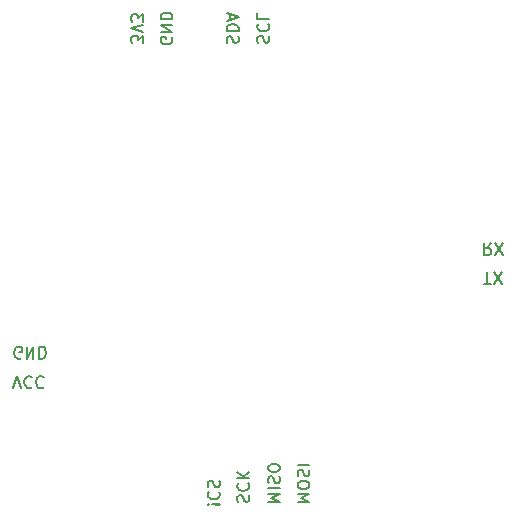
<source format=gbr>
G04 #@! TF.GenerationSoftware,KiCad,Pcbnew,(5.0.1-3-g963ef8bb5)*
G04 #@! TF.CreationDate,2020-12-22T09:25:36-05:00*
G04 #@! TF.ProjectId,STM32F4_Breakout,53544D333246345F427265616B6F7574,rev?*
G04 #@! TF.SameCoordinates,Original*
G04 #@! TF.FileFunction,Legend,Bot*
G04 #@! TF.FilePolarity,Positive*
%FSLAX46Y46*%
G04 Gerber Fmt 4.6, Leading zero omitted, Abs format (unit mm)*
G04 Created by KiCad (PCBNEW (5.0.1-3-g963ef8bb5)) date Tuesday, December 22, 2020 at 09:25:36 am*
%MOMM*%
%LPD*%
G01*
G04 APERTURE LIST*
%ADD10C,0.150000*%
G04 APERTURE END LIST*
D10*
X46938095Y-80800000D02*
X46842857Y-80847619D01*
X46700000Y-80847619D01*
X46557142Y-80800000D01*
X46461904Y-80704761D01*
X46414285Y-80609523D01*
X46366666Y-80419047D01*
X46366666Y-80276190D01*
X46414285Y-80085714D01*
X46461904Y-79990476D01*
X46557142Y-79895238D01*
X46700000Y-79847619D01*
X46795238Y-79847619D01*
X46938095Y-79895238D01*
X46985714Y-79942857D01*
X46985714Y-80276190D01*
X46795238Y-80276190D01*
X47414285Y-79847619D02*
X47414285Y-80847619D01*
X47985714Y-79847619D01*
X47985714Y-80847619D01*
X48461904Y-79847619D02*
X48461904Y-80847619D01*
X48700000Y-80847619D01*
X48842857Y-80800000D01*
X48938095Y-80704761D01*
X48985714Y-80609523D01*
X49033333Y-80419047D01*
X49033333Y-80276190D01*
X48985714Y-80085714D01*
X48938095Y-79990476D01*
X48842857Y-79895238D01*
X48700000Y-79847619D01*
X48461904Y-79847619D01*
X46266666Y-83347619D02*
X46600000Y-82347619D01*
X46933333Y-83347619D01*
X47838095Y-82442857D02*
X47790476Y-82395238D01*
X47647619Y-82347619D01*
X47552380Y-82347619D01*
X47409523Y-82395238D01*
X47314285Y-82490476D01*
X47266666Y-82585714D01*
X47219047Y-82776190D01*
X47219047Y-82919047D01*
X47266666Y-83109523D01*
X47314285Y-83204761D01*
X47409523Y-83300000D01*
X47552380Y-83347619D01*
X47647619Y-83347619D01*
X47790476Y-83300000D01*
X47838095Y-83252380D01*
X48838095Y-82442857D02*
X48790476Y-82395238D01*
X48647619Y-82347619D01*
X48552380Y-82347619D01*
X48409523Y-82395238D01*
X48314285Y-82490476D01*
X48266666Y-82585714D01*
X48219047Y-82776190D01*
X48219047Y-82919047D01*
X48266666Y-83109523D01*
X48314285Y-83204761D01*
X48409523Y-83300000D01*
X48552380Y-83347619D01*
X48647619Y-83347619D01*
X48790476Y-83300000D01*
X48838095Y-83252380D01*
X62842857Y-93176190D02*
X62795238Y-93128571D01*
X62747619Y-93176190D01*
X62795238Y-93223809D01*
X62842857Y-93176190D01*
X62747619Y-93176190D01*
X63128571Y-93176190D02*
X63700000Y-93223809D01*
X63747619Y-93176190D01*
X63700000Y-93128571D01*
X63128571Y-93176190D01*
X63747619Y-93176190D01*
X62842857Y-92128571D02*
X62795238Y-92176190D01*
X62747619Y-92319047D01*
X62747619Y-92414285D01*
X62795238Y-92557142D01*
X62890476Y-92652380D01*
X62985714Y-92700000D01*
X63176190Y-92747619D01*
X63319047Y-92747619D01*
X63509523Y-92700000D01*
X63604761Y-92652380D01*
X63700000Y-92557142D01*
X63747619Y-92414285D01*
X63747619Y-92319047D01*
X63700000Y-92176190D01*
X63652380Y-92128571D01*
X62795238Y-91747619D02*
X62747619Y-91604761D01*
X62747619Y-91366666D01*
X62795238Y-91271428D01*
X62842857Y-91223809D01*
X62938095Y-91176190D01*
X63033333Y-91176190D01*
X63128571Y-91223809D01*
X63176190Y-91271428D01*
X63223809Y-91366666D01*
X63271428Y-91557142D01*
X63319047Y-91652380D01*
X63366666Y-91700000D01*
X63461904Y-91747619D01*
X63557142Y-91747619D01*
X63652380Y-91700000D01*
X63700000Y-91652380D01*
X63747619Y-91557142D01*
X63747619Y-91319047D01*
X63700000Y-91176190D01*
X65295238Y-92985714D02*
X65247619Y-92842857D01*
X65247619Y-92604761D01*
X65295238Y-92509523D01*
X65342857Y-92461904D01*
X65438095Y-92414285D01*
X65533333Y-92414285D01*
X65628571Y-92461904D01*
X65676190Y-92509523D01*
X65723809Y-92604761D01*
X65771428Y-92795238D01*
X65819047Y-92890476D01*
X65866666Y-92938095D01*
X65961904Y-92985714D01*
X66057142Y-92985714D01*
X66152380Y-92938095D01*
X66200000Y-92890476D01*
X66247619Y-92795238D01*
X66247619Y-92557142D01*
X66200000Y-92414285D01*
X65342857Y-91414285D02*
X65295238Y-91461904D01*
X65247619Y-91604761D01*
X65247619Y-91700000D01*
X65295238Y-91842857D01*
X65390476Y-91938095D01*
X65485714Y-91985714D01*
X65676190Y-92033333D01*
X65819047Y-92033333D01*
X66009523Y-91985714D01*
X66104761Y-91938095D01*
X66200000Y-91842857D01*
X66247619Y-91700000D01*
X66247619Y-91604761D01*
X66200000Y-91461904D01*
X66152380Y-91414285D01*
X65247619Y-90985714D02*
X66247619Y-90985714D01*
X65247619Y-90414285D02*
X65819047Y-90842857D01*
X66247619Y-90414285D02*
X65676190Y-90985714D01*
X67847619Y-92971428D02*
X68847619Y-92971428D01*
X68133333Y-92638095D01*
X68847619Y-92304761D01*
X67847619Y-92304761D01*
X67847619Y-91828571D02*
X68847619Y-91828571D01*
X67895238Y-91400000D02*
X67847619Y-91257142D01*
X67847619Y-91019047D01*
X67895238Y-90923809D01*
X67942857Y-90876190D01*
X68038095Y-90828571D01*
X68133333Y-90828571D01*
X68228571Y-90876190D01*
X68276190Y-90923809D01*
X68323809Y-91019047D01*
X68371428Y-91209523D01*
X68419047Y-91304761D01*
X68466666Y-91352380D01*
X68561904Y-91400000D01*
X68657142Y-91400000D01*
X68752380Y-91352380D01*
X68800000Y-91304761D01*
X68847619Y-91209523D01*
X68847619Y-90971428D01*
X68800000Y-90828571D01*
X68847619Y-90209523D02*
X68847619Y-90019047D01*
X68800000Y-89923809D01*
X68704761Y-89828571D01*
X68514285Y-89780952D01*
X68180952Y-89780952D01*
X67990476Y-89828571D01*
X67895238Y-89923809D01*
X67847619Y-90019047D01*
X67847619Y-90209523D01*
X67895238Y-90304761D01*
X67990476Y-90400000D01*
X68180952Y-90447619D01*
X68514285Y-90447619D01*
X68704761Y-90400000D01*
X68800000Y-90304761D01*
X68847619Y-90209523D01*
X70347619Y-92971428D02*
X71347619Y-92971428D01*
X70633333Y-92638095D01*
X71347619Y-92304761D01*
X70347619Y-92304761D01*
X71347619Y-91638095D02*
X71347619Y-91447619D01*
X71300000Y-91352380D01*
X71204761Y-91257142D01*
X71014285Y-91209523D01*
X70680952Y-91209523D01*
X70490476Y-91257142D01*
X70395238Y-91352380D01*
X70347619Y-91447619D01*
X70347619Y-91638095D01*
X70395238Y-91733333D01*
X70490476Y-91828571D01*
X70680952Y-91876190D01*
X71014285Y-91876190D01*
X71204761Y-91828571D01*
X71300000Y-91733333D01*
X71347619Y-91638095D01*
X70395238Y-90828571D02*
X70347619Y-90685714D01*
X70347619Y-90447619D01*
X70395238Y-90352380D01*
X70442857Y-90304761D01*
X70538095Y-90257142D01*
X70633333Y-90257142D01*
X70728571Y-90304761D01*
X70776190Y-90352380D01*
X70823809Y-90447619D01*
X70871428Y-90638095D01*
X70919047Y-90733333D01*
X70966666Y-90780952D01*
X71061904Y-90828571D01*
X71157142Y-90828571D01*
X71252380Y-90780952D01*
X71300000Y-90733333D01*
X71347619Y-90638095D01*
X71347619Y-90400000D01*
X71300000Y-90257142D01*
X70347619Y-89828571D02*
X71347619Y-89828571D01*
X86138095Y-74547619D02*
X86709523Y-74547619D01*
X86423809Y-73547619D02*
X86423809Y-74547619D01*
X86947619Y-74547619D02*
X87614285Y-73547619D01*
X87614285Y-74547619D02*
X86947619Y-73547619D01*
X86733333Y-71047619D02*
X86400000Y-71523809D01*
X86161904Y-71047619D02*
X86161904Y-72047619D01*
X86542857Y-72047619D01*
X86638095Y-72000000D01*
X86685714Y-71952380D01*
X86733333Y-71857142D01*
X86733333Y-71714285D01*
X86685714Y-71619047D01*
X86638095Y-71571428D01*
X86542857Y-71523809D01*
X86161904Y-71523809D01*
X87066666Y-72047619D02*
X87733333Y-71047619D01*
X87733333Y-72047619D02*
X87066666Y-71047619D01*
X66995238Y-54090476D02*
X66947619Y-53947619D01*
X66947619Y-53709523D01*
X66995238Y-53614285D01*
X67042857Y-53566666D01*
X67138095Y-53519047D01*
X67233333Y-53519047D01*
X67328571Y-53566666D01*
X67376190Y-53614285D01*
X67423809Y-53709523D01*
X67471428Y-53900000D01*
X67519047Y-53995238D01*
X67566666Y-54042857D01*
X67661904Y-54090476D01*
X67757142Y-54090476D01*
X67852380Y-54042857D01*
X67900000Y-53995238D01*
X67947619Y-53900000D01*
X67947619Y-53661904D01*
X67900000Y-53519047D01*
X67042857Y-52519047D02*
X66995238Y-52566666D01*
X66947619Y-52709523D01*
X66947619Y-52804761D01*
X66995238Y-52947619D01*
X67090476Y-53042857D01*
X67185714Y-53090476D01*
X67376190Y-53138095D01*
X67519047Y-53138095D01*
X67709523Y-53090476D01*
X67804761Y-53042857D01*
X67900000Y-52947619D01*
X67947619Y-52804761D01*
X67947619Y-52709523D01*
X67900000Y-52566666D01*
X67852380Y-52519047D01*
X66947619Y-51614285D02*
X66947619Y-52090476D01*
X67947619Y-52090476D01*
X64395238Y-54114285D02*
X64347619Y-53971428D01*
X64347619Y-53733333D01*
X64395238Y-53638095D01*
X64442857Y-53590476D01*
X64538095Y-53542857D01*
X64633333Y-53542857D01*
X64728571Y-53590476D01*
X64776190Y-53638095D01*
X64823809Y-53733333D01*
X64871428Y-53923809D01*
X64919047Y-54019047D01*
X64966666Y-54066666D01*
X65061904Y-54114285D01*
X65157142Y-54114285D01*
X65252380Y-54066666D01*
X65300000Y-54019047D01*
X65347619Y-53923809D01*
X65347619Y-53685714D01*
X65300000Y-53542857D01*
X64347619Y-53114285D02*
X65347619Y-53114285D01*
X65347619Y-52876190D01*
X65300000Y-52733333D01*
X65204761Y-52638095D01*
X65109523Y-52590476D01*
X64919047Y-52542857D01*
X64776190Y-52542857D01*
X64585714Y-52590476D01*
X64490476Y-52638095D01*
X64395238Y-52733333D01*
X64347619Y-52876190D01*
X64347619Y-53114285D01*
X64633333Y-52161904D02*
X64633333Y-51685714D01*
X64347619Y-52257142D02*
X65347619Y-51923809D01*
X64347619Y-51590476D01*
X57247619Y-54138095D02*
X57247619Y-53519047D01*
X56866666Y-53852380D01*
X56866666Y-53709523D01*
X56819047Y-53614285D01*
X56771428Y-53566666D01*
X56676190Y-53519047D01*
X56438095Y-53519047D01*
X56342857Y-53566666D01*
X56295238Y-53614285D01*
X56247619Y-53709523D01*
X56247619Y-53995238D01*
X56295238Y-54090476D01*
X56342857Y-54138095D01*
X57247619Y-53233333D02*
X56247619Y-52900000D01*
X57247619Y-52566666D01*
X57247619Y-52328571D02*
X57247619Y-51709523D01*
X56866666Y-52042857D01*
X56866666Y-51900000D01*
X56819047Y-51804761D01*
X56771428Y-51757142D01*
X56676190Y-51709523D01*
X56438095Y-51709523D01*
X56342857Y-51757142D01*
X56295238Y-51804761D01*
X56247619Y-51900000D01*
X56247619Y-52185714D01*
X56295238Y-52280952D01*
X56342857Y-52328571D01*
X59700000Y-53661904D02*
X59747619Y-53757142D01*
X59747619Y-53900000D01*
X59700000Y-54042857D01*
X59604761Y-54138095D01*
X59509523Y-54185714D01*
X59319047Y-54233333D01*
X59176190Y-54233333D01*
X58985714Y-54185714D01*
X58890476Y-54138095D01*
X58795238Y-54042857D01*
X58747619Y-53900000D01*
X58747619Y-53804761D01*
X58795238Y-53661904D01*
X58842857Y-53614285D01*
X59176190Y-53614285D01*
X59176190Y-53804761D01*
X58747619Y-53185714D02*
X59747619Y-53185714D01*
X58747619Y-52614285D01*
X59747619Y-52614285D01*
X58747619Y-52138095D02*
X59747619Y-52138095D01*
X59747619Y-51900000D01*
X59700000Y-51757142D01*
X59604761Y-51661904D01*
X59509523Y-51614285D01*
X59319047Y-51566666D01*
X59176190Y-51566666D01*
X58985714Y-51614285D01*
X58890476Y-51661904D01*
X58795238Y-51757142D01*
X58747619Y-51900000D01*
X58747619Y-52138095D01*
M02*

</source>
